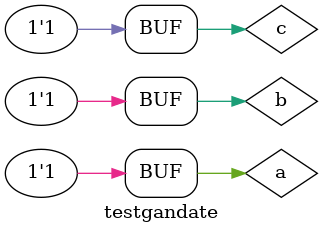
<source format=v>


module norgate1 (s, p, q);
 output s;
 input  p, q;
 
 assign s = ~( p | q);

endmodule // norgate


// ---------------------
// -- nor gate
// ---------------------

module norgate (s, p, q , r);
 output s;
 input  p, q , r;
 
 assign s = ~( p | q | r );

endmodule // norgate

// -----------------------------------------
// -- and gate utilizando combinacoes nor
// -----------------------------------------

module andgate (s0, p, q , r);
 output s0;
 wire s1,  s2 , s3;
 input  p, q , r;
 
 norgate NOR1 (s1,p,p,p);
 norgate NOR2 (s2,q,q ,q);
 norgate NOR3 (s3,r,r ,r);
 norgate NOR4 (s0,s1,s2,s3);

endmodule // andgate 


// ---------------------
// -- test or gate
// ---------------------

module testgandate;
 reg   a, b , c ;
 wire  s;
          // instancia
 andgate AND1 (s, a, b ,c);
 
 initial begin:start
      a=0; b=0;c=0;
 end
 
          // parte principal
 initial begin
 		$display("Exemplo01 - Alvaro - 395487");
      $display("Test and gate");
      $monitor(" %b & %b  & %b = %b" , a ,b ,c ,s);
  #1  a=0; b=0; c=0;
  #1  a=0; b=0;c=1;
  #1  a=0; b=1;c=0;
  #1  a=0; b=1;c=1;
  #1  a=1; b=0;c=0;
  #1  a=1; b=0;c=1;
  #1  a=1; b=1;c=0;
  #1  a=1; b=1;c=1;  
 end

endmodule // testnandgate

</source>
